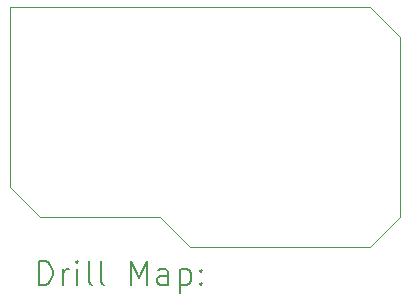
<source format=gbr>
%TF.GenerationSoftware,KiCad,Pcbnew,7.0.2*%
%TF.CreationDate,2023-06-01T20:05:19-06:00*%
%TF.ProjectId,ArmchairBarf,41726d63-6861-4697-9242-6172662e6b69,rev?*%
%TF.SameCoordinates,Original*%
%TF.FileFunction,Drillmap*%
%TF.FilePolarity,Positive*%
%FSLAX45Y45*%
G04 Gerber Fmt 4.5, Leading zero omitted, Abs format (unit mm)*
G04 Created by KiCad (PCBNEW 7.0.2) date 2023-06-01 20:05:19*
%MOMM*%
%LPD*%
G01*
G04 APERTURE LIST*
%ADD10C,0.100000*%
%ADD11C,0.200000*%
G04 APERTURE END LIST*
D10*
X16764000Y-10668000D02*
X16510000Y-10414000D01*
X15494000Y-8636000D02*
X15240000Y-8636000D01*
X18542000Y-8890000D02*
X18288000Y-8636000D01*
X15494000Y-10414000D02*
X16002000Y-10414000D01*
X15240000Y-10160000D02*
X15494000Y-10414000D01*
X18288000Y-8636000D02*
X18034000Y-8636000D01*
X16764000Y-10668000D02*
X18288000Y-10668000D01*
X16002000Y-10414000D02*
X16510000Y-10414000D01*
X15240000Y-9906000D02*
X15240000Y-10160000D01*
X15240000Y-8636000D02*
X15240000Y-9906000D01*
X18034000Y-8636000D02*
X15494000Y-8636000D01*
X18542000Y-10414000D02*
X18542000Y-8890000D01*
X18288000Y-10668000D02*
X18542000Y-10414000D01*
D11*
X15482619Y-10985524D02*
X15482619Y-10785524D01*
X15482619Y-10785524D02*
X15530238Y-10785524D01*
X15530238Y-10785524D02*
X15558809Y-10795048D01*
X15558809Y-10795048D02*
X15577857Y-10814095D01*
X15577857Y-10814095D02*
X15587381Y-10833143D01*
X15587381Y-10833143D02*
X15596905Y-10871238D01*
X15596905Y-10871238D02*
X15596905Y-10899810D01*
X15596905Y-10899810D02*
X15587381Y-10937905D01*
X15587381Y-10937905D02*
X15577857Y-10956952D01*
X15577857Y-10956952D02*
X15558809Y-10976000D01*
X15558809Y-10976000D02*
X15530238Y-10985524D01*
X15530238Y-10985524D02*
X15482619Y-10985524D01*
X15682619Y-10985524D02*
X15682619Y-10852190D01*
X15682619Y-10890286D02*
X15692143Y-10871238D01*
X15692143Y-10871238D02*
X15701667Y-10861714D01*
X15701667Y-10861714D02*
X15720714Y-10852190D01*
X15720714Y-10852190D02*
X15739762Y-10852190D01*
X15806428Y-10985524D02*
X15806428Y-10852190D01*
X15806428Y-10785524D02*
X15796905Y-10795048D01*
X15796905Y-10795048D02*
X15806428Y-10804571D01*
X15806428Y-10804571D02*
X15815952Y-10795048D01*
X15815952Y-10795048D02*
X15806428Y-10785524D01*
X15806428Y-10785524D02*
X15806428Y-10804571D01*
X15930238Y-10985524D02*
X15911190Y-10976000D01*
X15911190Y-10976000D02*
X15901667Y-10956952D01*
X15901667Y-10956952D02*
X15901667Y-10785524D01*
X16035000Y-10985524D02*
X16015952Y-10976000D01*
X16015952Y-10976000D02*
X16006428Y-10956952D01*
X16006428Y-10956952D02*
X16006428Y-10785524D01*
X16263571Y-10985524D02*
X16263571Y-10785524D01*
X16263571Y-10785524D02*
X16330238Y-10928381D01*
X16330238Y-10928381D02*
X16396905Y-10785524D01*
X16396905Y-10785524D02*
X16396905Y-10985524D01*
X16577857Y-10985524D02*
X16577857Y-10880762D01*
X16577857Y-10880762D02*
X16568333Y-10861714D01*
X16568333Y-10861714D02*
X16549286Y-10852190D01*
X16549286Y-10852190D02*
X16511190Y-10852190D01*
X16511190Y-10852190D02*
X16492143Y-10861714D01*
X16577857Y-10976000D02*
X16558809Y-10985524D01*
X16558809Y-10985524D02*
X16511190Y-10985524D01*
X16511190Y-10985524D02*
X16492143Y-10976000D01*
X16492143Y-10976000D02*
X16482619Y-10956952D01*
X16482619Y-10956952D02*
X16482619Y-10937905D01*
X16482619Y-10937905D02*
X16492143Y-10918857D01*
X16492143Y-10918857D02*
X16511190Y-10909333D01*
X16511190Y-10909333D02*
X16558809Y-10909333D01*
X16558809Y-10909333D02*
X16577857Y-10899810D01*
X16673095Y-10852190D02*
X16673095Y-11052190D01*
X16673095Y-10861714D02*
X16692143Y-10852190D01*
X16692143Y-10852190D02*
X16730238Y-10852190D01*
X16730238Y-10852190D02*
X16749286Y-10861714D01*
X16749286Y-10861714D02*
X16758809Y-10871238D01*
X16758809Y-10871238D02*
X16768333Y-10890286D01*
X16768333Y-10890286D02*
X16768333Y-10947429D01*
X16768333Y-10947429D02*
X16758809Y-10966476D01*
X16758809Y-10966476D02*
X16749286Y-10976000D01*
X16749286Y-10976000D02*
X16730238Y-10985524D01*
X16730238Y-10985524D02*
X16692143Y-10985524D01*
X16692143Y-10985524D02*
X16673095Y-10976000D01*
X16854048Y-10966476D02*
X16863571Y-10976000D01*
X16863571Y-10976000D02*
X16854048Y-10985524D01*
X16854048Y-10985524D02*
X16844524Y-10976000D01*
X16844524Y-10976000D02*
X16854048Y-10966476D01*
X16854048Y-10966476D02*
X16854048Y-10985524D01*
X16854048Y-10861714D02*
X16863571Y-10871238D01*
X16863571Y-10871238D02*
X16854048Y-10880762D01*
X16854048Y-10880762D02*
X16844524Y-10871238D01*
X16844524Y-10871238D02*
X16854048Y-10861714D01*
X16854048Y-10861714D02*
X16854048Y-10880762D01*
M02*

</source>
